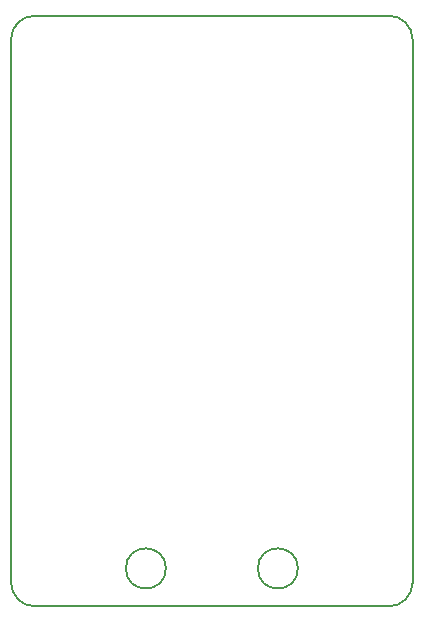
<source format=gbr>
%TF.GenerationSoftware,KiCad,Pcbnew,8.0.2*%
%TF.CreationDate,2024-06-18T11:28:15-07:00*%
%TF.ProjectId,USB_SPDTK,5553425f-5350-4445-944b-2e6b69636164,rev?*%
%TF.SameCoordinates,Original*%
%TF.FileFunction,Profile,NP*%
%FSLAX46Y46*%
G04 Gerber Fmt 4.6, Leading zero omitted, Abs format (unit mm)*
G04 Created by KiCad (PCBNEW 8.0.2) date 2024-06-18 11:28:15*
%MOMM*%
%LPD*%
G01*
G04 APERTURE LIST*
%TA.AperFunction,Profile*%
%ADD10C,0.160000*%
%TD*%
G04 APERTURE END LIST*
D10*
X120712000Y-110500000D02*
G75*
G02*
X117312000Y-110500000I-1700000J0D01*
G01*
X117312000Y-110500000D02*
G75*
G02*
X120712000Y-110500000I1700000J0D01*
G01*
X107600000Y-111700000D02*
X107600000Y-65700000D01*
X109600000Y-113700000D02*
G75*
G02*
X107600000Y-111700000I0J2000000D01*
G01*
X139600000Y-113700000D02*
X109600000Y-113700000D01*
X139600000Y-63700000D02*
G75*
G02*
X141600000Y-65700000I0J-2000000D01*
G01*
X141600000Y-65700000D02*
X141600000Y-111700000D01*
X109600000Y-63700000D02*
X139600000Y-63700000D01*
X141600000Y-111700000D02*
G75*
G02*
X139600000Y-113700000I-2000000J0D01*
G01*
X107600000Y-65700000D02*
G75*
G02*
X109600000Y-63700000I2000000J0D01*
G01*
X131888000Y-110500000D02*
G75*
G02*
X128488000Y-110500000I-1700000J0D01*
G01*
X128488000Y-110500000D02*
G75*
G02*
X131888000Y-110500000I1700000J0D01*
G01*
M02*

</source>
